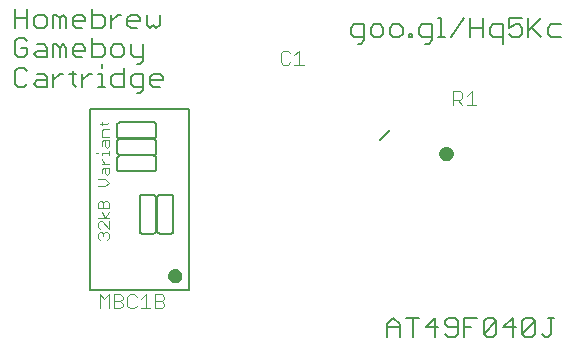
<source format=gbr>
G04 EAGLE Gerber RS-274X export*
G75*
%MOMM*%
%FSLAX34Y34*%
%LPD*%
%INSilkscreen Top*%
%IPPOS*%
%AMOC8*
5,1,8,0,0,1.08239X$1,22.5*%
G01*
%ADD10C,0.152400*%
%ADD11C,0.076200*%
%ADD12C,0.203200*%
%ADD13C,0.609600*%
%ADD14C,0.101600*%


D10*
X15762Y458762D02*
X15762Y475032D01*
X15762Y466897D02*
X26609Y466897D01*
X26609Y475032D02*
X26609Y458762D01*
X34845Y458762D02*
X40269Y458762D01*
X42980Y461474D01*
X42980Y466897D01*
X40269Y469609D01*
X34845Y469609D01*
X32134Y466897D01*
X32134Y461474D01*
X34845Y458762D01*
X48505Y458762D02*
X48505Y469609D01*
X51217Y469609D01*
X53928Y466897D01*
X53928Y458762D01*
X53928Y466897D02*
X56640Y469609D01*
X59352Y466897D01*
X59352Y458762D01*
X67588Y458762D02*
X73012Y458762D01*
X67588Y458762D02*
X64877Y461474D01*
X64877Y466897D01*
X67588Y469609D01*
X73012Y469609D01*
X75723Y466897D01*
X75723Y464185D01*
X64877Y464185D01*
X81248Y458762D02*
X81248Y475032D01*
X81248Y458762D02*
X89383Y458762D01*
X92095Y461474D01*
X92095Y466897D01*
X89383Y469609D01*
X81248Y469609D01*
X97620Y469609D02*
X97620Y458762D01*
X97620Y464185D02*
X103043Y469609D01*
X105755Y469609D01*
X113974Y458762D02*
X119398Y458762D01*
X113974Y458762D02*
X111263Y461474D01*
X111263Y466897D01*
X113974Y469609D01*
X119398Y469609D01*
X122109Y466897D01*
X122109Y464185D01*
X111263Y464185D01*
X127634Y461474D02*
X127634Y469609D01*
X127634Y461474D02*
X130346Y458762D01*
X133058Y461474D01*
X135769Y458762D01*
X138481Y461474D01*
X138481Y469609D01*
X26609Y447320D02*
X23897Y450032D01*
X18474Y450032D01*
X15762Y447320D01*
X15762Y436474D01*
X18474Y433762D01*
X23897Y433762D01*
X26609Y436474D01*
X26609Y441897D01*
X21185Y441897D01*
X34845Y444609D02*
X40269Y444609D01*
X42980Y441897D01*
X42980Y433762D01*
X34845Y433762D01*
X32134Y436474D01*
X34845Y439185D01*
X42980Y439185D01*
X48505Y433762D02*
X48505Y444609D01*
X51217Y444609D01*
X53928Y441897D01*
X53928Y433762D01*
X53928Y441897D02*
X56640Y444609D01*
X59352Y441897D01*
X59352Y433762D01*
X67588Y433762D02*
X73012Y433762D01*
X67588Y433762D02*
X64877Y436474D01*
X64877Y441897D01*
X67588Y444609D01*
X73012Y444609D01*
X75723Y441897D01*
X75723Y439185D01*
X64877Y439185D01*
X81248Y433762D02*
X81248Y450032D01*
X81248Y433762D02*
X89383Y433762D01*
X92095Y436474D01*
X92095Y441897D01*
X89383Y444609D01*
X81248Y444609D01*
X100331Y433762D02*
X105755Y433762D01*
X108466Y436474D01*
X108466Y441897D01*
X105755Y444609D01*
X100331Y444609D01*
X97620Y441897D01*
X97620Y436474D01*
X100331Y433762D01*
X113991Y436474D02*
X113991Y444609D01*
X113991Y436474D02*
X116703Y433762D01*
X124838Y433762D01*
X124838Y431050D02*
X124838Y444609D01*
X124838Y431050D02*
X122126Y428339D01*
X119415Y428339D01*
X26609Y422320D02*
X23897Y425032D01*
X18474Y425032D01*
X15762Y422320D01*
X15762Y411474D01*
X18474Y408762D01*
X23897Y408762D01*
X26609Y411474D01*
X34845Y419609D02*
X40269Y419609D01*
X42980Y416897D01*
X42980Y408762D01*
X34845Y408762D01*
X32134Y411474D01*
X34845Y414185D01*
X42980Y414185D01*
X48505Y408762D02*
X48505Y419609D01*
X53928Y419609D02*
X48505Y414185D01*
X53928Y419609D02*
X56640Y419609D01*
X64860Y422320D02*
X64860Y411474D01*
X67571Y408762D01*
X67571Y419609D02*
X62148Y419609D01*
X73062Y419609D02*
X73062Y408762D01*
X73062Y414185D02*
X78486Y419609D01*
X81197Y419609D01*
X86705Y419609D02*
X89417Y419609D01*
X89417Y408762D01*
X86705Y408762D02*
X92129Y408762D01*
X89417Y425032D02*
X89417Y427744D01*
X108466Y425032D02*
X108466Y408762D01*
X100331Y408762D01*
X97620Y411474D01*
X97620Y416897D01*
X100331Y419609D01*
X108466Y419609D01*
X119415Y403339D02*
X122126Y403339D01*
X124838Y406050D01*
X124838Y419609D01*
X116703Y419609D01*
X113991Y416897D01*
X113991Y411474D01*
X116703Y408762D01*
X124838Y408762D01*
X133075Y408762D02*
X138498Y408762D01*
X133075Y408762D02*
X130363Y411474D01*
X130363Y416897D01*
X133075Y419609D01*
X138498Y419609D01*
X141210Y416897D01*
X141210Y414185D01*
X130363Y414185D01*
X306185Y445339D02*
X308897Y445339D01*
X311609Y448050D01*
X311609Y461609D01*
X303474Y461609D01*
X300762Y458897D01*
X300762Y453474D01*
X303474Y450762D01*
X311609Y450762D01*
X319845Y450762D02*
X325269Y450762D01*
X327980Y453474D01*
X327980Y458897D01*
X325269Y461609D01*
X319845Y461609D01*
X317134Y458897D01*
X317134Y453474D01*
X319845Y450762D01*
X336217Y450762D02*
X341640Y450762D01*
X344352Y453474D01*
X344352Y458897D01*
X341640Y461609D01*
X336217Y461609D01*
X333505Y458897D01*
X333505Y453474D01*
X336217Y450762D01*
X349877Y450762D02*
X349877Y453474D01*
X352588Y453474D01*
X352588Y450762D01*
X349877Y450762D01*
X363486Y445339D02*
X366197Y445339D01*
X368909Y448050D01*
X368909Y461609D01*
X360774Y461609D01*
X358062Y458897D01*
X358062Y453474D01*
X360774Y450762D01*
X368909Y450762D01*
X374434Y467032D02*
X377146Y467032D01*
X377146Y450762D01*
X379857Y450762D02*
X374434Y450762D01*
X385348Y450762D02*
X396195Y467032D01*
X401720Y467032D02*
X401720Y450762D01*
X401720Y458897D02*
X412567Y458897D01*
X412567Y467032D02*
X412567Y450762D01*
X428938Y445339D02*
X428938Y461609D01*
X420803Y461609D01*
X418092Y458897D01*
X418092Y453474D01*
X420803Y450762D01*
X428938Y450762D01*
X434463Y467032D02*
X445310Y467032D01*
X434463Y467032D02*
X434463Y458897D01*
X439886Y461609D01*
X442598Y461609D01*
X445310Y458897D01*
X445310Y453474D01*
X442598Y450762D01*
X437175Y450762D01*
X434463Y453474D01*
X450835Y450762D02*
X450835Y467032D01*
X461681Y467032D02*
X450835Y456185D01*
X453546Y458897D02*
X461681Y450762D01*
X469918Y461609D02*
X478053Y461609D01*
X469918Y461609D02*
X467206Y458897D01*
X467206Y453474D01*
X469918Y450762D01*
X478053Y450762D01*
D11*
X87781Y279381D02*
X86213Y280949D01*
X86213Y284084D01*
X87781Y285652D01*
X89348Y285652D01*
X90916Y284084D01*
X90916Y282516D01*
X90916Y284084D02*
X92484Y285652D01*
X94051Y285652D01*
X95619Y284084D01*
X95619Y280949D01*
X94051Y279381D01*
X95619Y288736D02*
X95619Y295007D01*
X95619Y288736D02*
X89348Y295007D01*
X87781Y295007D01*
X86213Y293439D01*
X86213Y290304D01*
X87781Y288736D01*
X86213Y298091D02*
X95619Y298091D01*
X92484Y298091D02*
X95619Y302794D01*
X92484Y298091D02*
X89348Y302794D01*
X86213Y305887D02*
X95619Y305887D01*
X86213Y305887D02*
X86213Y310590D01*
X87781Y312158D01*
X89348Y312158D01*
X90916Y310590D01*
X92484Y312158D01*
X94051Y312158D01*
X95619Y310590D01*
X95619Y305887D01*
X90916Y305887D02*
X90916Y310590D01*
X92484Y324598D02*
X86213Y324598D01*
X92484Y324598D02*
X95619Y327733D01*
X92484Y330868D01*
X86213Y330868D01*
X89348Y335521D02*
X89348Y338656D01*
X90916Y340224D01*
X95619Y340224D01*
X95619Y335521D01*
X94051Y333953D01*
X92484Y335521D01*
X92484Y340224D01*
X95619Y343308D02*
X89348Y343308D01*
X89348Y346443D02*
X92484Y343308D01*
X89348Y346443D02*
X89348Y348011D01*
X89348Y351104D02*
X89348Y352672D01*
X95619Y352672D01*
X95619Y354239D02*
X95619Y351104D01*
X86213Y352672D02*
X84645Y352672D01*
X89348Y358909D02*
X89348Y362044D01*
X90916Y363612D01*
X95619Y363612D01*
X95619Y358909D01*
X94051Y357341D01*
X92484Y358909D01*
X92484Y363612D01*
X95619Y366696D02*
X89348Y366696D01*
X89348Y371399D01*
X90916Y372967D01*
X95619Y372967D01*
X94051Y377619D02*
X87781Y377619D01*
X94051Y377619D02*
X95619Y379187D01*
X89348Y379187D02*
X89348Y376051D01*
D12*
X79500Y236950D02*
X163500Y236950D01*
X79500Y236950D02*
X79500Y389950D01*
X163500Y389950D01*
X163500Y236950D01*
D13*
X148403Y248740D02*
X148405Y248849D01*
X148411Y248959D01*
X148421Y249068D01*
X148435Y249176D01*
X148453Y249284D01*
X148475Y249392D01*
X148500Y249498D01*
X148530Y249603D01*
X148564Y249708D01*
X148601Y249811D01*
X148642Y249912D01*
X148686Y250012D01*
X148735Y250110D01*
X148786Y250207D01*
X148842Y250301D01*
X148901Y250394D01*
X148963Y250484D01*
X149028Y250572D01*
X149096Y250657D01*
X149168Y250740D01*
X149242Y250820D01*
X149320Y250898D01*
X149400Y250972D01*
X149483Y251044D01*
X149568Y251112D01*
X149656Y251177D01*
X149746Y251239D01*
X149839Y251298D01*
X149933Y251354D01*
X150030Y251405D01*
X150128Y251454D01*
X150228Y251498D01*
X150329Y251539D01*
X150432Y251576D01*
X150537Y251610D01*
X150642Y251640D01*
X150748Y251665D01*
X150856Y251687D01*
X150964Y251705D01*
X151072Y251719D01*
X151181Y251729D01*
X151291Y251735D01*
X151400Y251737D01*
X151509Y251735D01*
X151619Y251729D01*
X151728Y251719D01*
X151836Y251705D01*
X151944Y251687D01*
X152052Y251665D01*
X152158Y251640D01*
X152263Y251610D01*
X152368Y251576D01*
X152471Y251539D01*
X152572Y251498D01*
X152672Y251454D01*
X152770Y251405D01*
X152867Y251354D01*
X152961Y251298D01*
X153054Y251239D01*
X153144Y251177D01*
X153232Y251112D01*
X153317Y251044D01*
X153400Y250972D01*
X153480Y250898D01*
X153558Y250820D01*
X153632Y250740D01*
X153704Y250657D01*
X153772Y250572D01*
X153837Y250484D01*
X153899Y250394D01*
X153958Y250301D01*
X154014Y250207D01*
X154065Y250110D01*
X154114Y250012D01*
X154158Y249912D01*
X154199Y249811D01*
X154236Y249708D01*
X154270Y249603D01*
X154300Y249498D01*
X154325Y249392D01*
X154347Y249284D01*
X154365Y249176D01*
X154379Y249068D01*
X154389Y248959D01*
X154395Y248849D01*
X154397Y248740D01*
X154395Y248631D01*
X154389Y248521D01*
X154379Y248412D01*
X154365Y248304D01*
X154347Y248196D01*
X154325Y248088D01*
X154300Y247982D01*
X154270Y247877D01*
X154236Y247772D01*
X154199Y247669D01*
X154158Y247568D01*
X154114Y247468D01*
X154065Y247370D01*
X154014Y247273D01*
X153958Y247179D01*
X153899Y247086D01*
X153837Y246996D01*
X153772Y246908D01*
X153704Y246823D01*
X153632Y246740D01*
X153558Y246660D01*
X153480Y246582D01*
X153400Y246508D01*
X153317Y246436D01*
X153232Y246368D01*
X153144Y246303D01*
X153054Y246241D01*
X152961Y246182D01*
X152867Y246126D01*
X152770Y246075D01*
X152672Y246026D01*
X152572Y245982D01*
X152471Y245941D01*
X152368Y245904D01*
X152263Y245870D01*
X152158Y245840D01*
X152052Y245815D01*
X151944Y245793D01*
X151836Y245775D01*
X151728Y245761D01*
X151619Y245751D01*
X151509Y245745D01*
X151400Y245743D01*
X151291Y245745D01*
X151181Y245751D01*
X151072Y245761D01*
X150964Y245775D01*
X150856Y245793D01*
X150748Y245815D01*
X150642Y245840D01*
X150537Y245870D01*
X150432Y245904D01*
X150329Y245941D01*
X150228Y245982D01*
X150128Y246026D01*
X150030Y246075D01*
X149933Y246126D01*
X149839Y246182D01*
X149746Y246241D01*
X149656Y246303D01*
X149568Y246368D01*
X149483Y246436D01*
X149400Y246508D01*
X149320Y246582D01*
X149242Y246660D01*
X149168Y246740D01*
X149096Y246823D01*
X149028Y246908D01*
X148963Y246996D01*
X148901Y247086D01*
X148842Y247179D01*
X148786Y247273D01*
X148735Y247370D01*
X148686Y247468D01*
X148642Y247568D01*
X148601Y247669D01*
X148564Y247772D01*
X148530Y247877D01*
X148500Y247982D01*
X148475Y248088D01*
X148453Y248196D01*
X148435Y248304D01*
X148421Y248412D01*
X148411Y248521D01*
X148405Y248631D01*
X148403Y248740D01*
D14*
X87838Y233002D02*
X87838Y221308D01*
X91736Y229104D02*
X87838Y233002D01*
X91736Y229104D02*
X95634Y233002D01*
X95634Y221308D01*
X99532Y221308D02*
X99532Y233002D01*
X105379Y233002D01*
X107328Y231053D01*
X107328Y229104D01*
X105379Y227155D01*
X107328Y225206D01*
X107328Y223257D01*
X105379Y221308D01*
X99532Y221308D01*
X99532Y227155D02*
X105379Y227155D01*
X117073Y233002D02*
X119022Y231053D01*
X117073Y233002D02*
X113175Y233002D01*
X111226Y231053D01*
X111226Y223257D01*
X113175Y221308D01*
X117073Y221308D01*
X119022Y223257D01*
X122920Y229104D02*
X126818Y233002D01*
X126818Y221308D01*
X122920Y221308D02*
X130716Y221308D01*
X134614Y221308D02*
X134614Y233002D01*
X140461Y233002D01*
X142410Y231053D01*
X142410Y229104D01*
X140461Y227155D01*
X142410Y225206D01*
X142410Y223257D01*
X140461Y221308D01*
X134614Y221308D01*
X134614Y227155D02*
X140461Y227155D01*
X387080Y393448D02*
X387080Y405142D01*
X392927Y405142D01*
X394876Y403193D01*
X394876Y399295D01*
X392927Y397346D01*
X387080Y397346D01*
X390978Y397346D02*
X394876Y393448D01*
X398774Y401244D02*
X402672Y405142D01*
X402672Y393448D01*
X398774Y393448D02*
X406570Y393448D01*
D12*
X333300Y372300D02*
X324900Y363900D01*
D13*
X378000Y352000D02*
X378002Y352109D01*
X378008Y352218D01*
X378018Y352326D01*
X378032Y352434D01*
X378049Y352542D01*
X378071Y352649D01*
X378096Y352755D01*
X378126Y352859D01*
X378159Y352963D01*
X378196Y353066D01*
X378236Y353167D01*
X378280Y353266D01*
X378328Y353364D01*
X378380Y353461D01*
X378434Y353555D01*
X378492Y353647D01*
X378554Y353737D01*
X378619Y353824D01*
X378686Y353910D01*
X378757Y353993D01*
X378831Y354073D01*
X378908Y354150D01*
X378987Y354225D01*
X379069Y354296D01*
X379154Y354365D01*
X379241Y354430D01*
X379330Y354493D01*
X379422Y354551D01*
X379516Y354607D01*
X379611Y354659D01*
X379709Y354708D01*
X379808Y354753D01*
X379909Y354795D01*
X380011Y354832D01*
X380114Y354866D01*
X380219Y354897D01*
X380325Y354923D01*
X380431Y354946D01*
X380539Y354964D01*
X380647Y354979D01*
X380755Y354990D01*
X380864Y354997D01*
X380973Y355000D01*
X381082Y354999D01*
X381191Y354994D01*
X381299Y354985D01*
X381407Y354972D01*
X381515Y354955D01*
X381622Y354935D01*
X381728Y354910D01*
X381833Y354882D01*
X381937Y354850D01*
X382040Y354814D01*
X382142Y354774D01*
X382242Y354731D01*
X382340Y354684D01*
X382437Y354634D01*
X382531Y354580D01*
X382624Y354522D01*
X382715Y354462D01*
X382803Y354398D01*
X382889Y354331D01*
X382972Y354261D01*
X383053Y354188D01*
X383131Y354112D01*
X383206Y354033D01*
X383279Y353951D01*
X383348Y353867D01*
X383414Y353781D01*
X383477Y353692D01*
X383537Y353601D01*
X383594Y353508D01*
X383647Y353413D01*
X383696Y353316D01*
X383742Y353217D01*
X383784Y353117D01*
X383823Y353015D01*
X383858Y352911D01*
X383889Y352807D01*
X383917Y352702D01*
X383940Y352595D01*
X383960Y352488D01*
X383976Y352380D01*
X383988Y352272D01*
X383996Y352163D01*
X384000Y352054D01*
X384000Y351946D01*
X383996Y351837D01*
X383988Y351728D01*
X383976Y351620D01*
X383960Y351512D01*
X383940Y351405D01*
X383917Y351298D01*
X383889Y351193D01*
X383858Y351089D01*
X383823Y350985D01*
X383784Y350883D01*
X383742Y350783D01*
X383696Y350684D01*
X383647Y350587D01*
X383594Y350492D01*
X383537Y350399D01*
X383477Y350308D01*
X383414Y350219D01*
X383348Y350133D01*
X383279Y350049D01*
X383206Y349967D01*
X383131Y349888D01*
X383053Y349812D01*
X382972Y349739D01*
X382889Y349669D01*
X382803Y349602D01*
X382715Y349538D01*
X382624Y349478D01*
X382531Y349420D01*
X382437Y349366D01*
X382340Y349316D01*
X382242Y349269D01*
X382142Y349226D01*
X382040Y349186D01*
X381937Y349150D01*
X381833Y349118D01*
X381728Y349090D01*
X381622Y349065D01*
X381515Y349045D01*
X381407Y349028D01*
X381299Y349015D01*
X381191Y349006D01*
X381082Y349001D01*
X380973Y349000D01*
X380864Y349003D01*
X380755Y349010D01*
X380647Y349021D01*
X380539Y349036D01*
X380431Y349054D01*
X380325Y349077D01*
X380219Y349103D01*
X380114Y349134D01*
X380011Y349168D01*
X379909Y349205D01*
X379808Y349247D01*
X379709Y349292D01*
X379611Y349341D01*
X379516Y349393D01*
X379422Y349449D01*
X379330Y349507D01*
X379241Y349570D01*
X379154Y349635D01*
X379069Y349704D01*
X378987Y349775D01*
X378908Y349850D01*
X378831Y349927D01*
X378757Y350007D01*
X378686Y350090D01*
X378619Y350176D01*
X378554Y350263D01*
X378492Y350353D01*
X378434Y350445D01*
X378380Y350539D01*
X378328Y350636D01*
X378280Y350734D01*
X378236Y350833D01*
X378196Y350934D01*
X378159Y351037D01*
X378126Y351141D01*
X378096Y351245D01*
X378071Y351351D01*
X378049Y351458D01*
X378032Y351566D01*
X378018Y351674D01*
X378008Y351782D01*
X378002Y351891D01*
X378000Y352000D01*
D10*
X330962Y207929D02*
X330962Y197082D01*
X330962Y207929D02*
X336385Y213352D01*
X341809Y207929D01*
X341809Y197082D01*
X341809Y205217D02*
X330962Y205217D01*
X352757Y197082D02*
X352757Y213352D01*
X347334Y213352D02*
X358180Y213352D01*
X371840Y213352D02*
X371840Y197082D01*
X363705Y205217D02*
X371840Y213352D01*
X374552Y205217D02*
X363705Y205217D01*
X380077Y199794D02*
X382788Y197082D01*
X388212Y197082D01*
X390923Y199794D01*
X390923Y210640D01*
X388212Y213352D01*
X382788Y213352D01*
X380077Y210640D01*
X380077Y207929D01*
X382788Y205217D01*
X390923Y205217D01*
X396448Y197082D02*
X396448Y213352D01*
X407295Y213352D01*
X401872Y205217D02*
X396448Y205217D01*
X412820Y199794D02*
X412820Y210640D01*
X415531Y213352D01*
X420955Y213352D01*
X423666Y210640D01*
X423666Y199794D01*
X420955Y197082D01*
X415531Y197082D01*
X412820Y199794D01*
X423666Y210640D01*
X437326Y213352D02*
X437326Y197082D01*
X429191Y205217D02*
X437326Y213352D01*
X440038Y205217D02*
X429191Y205217D01*
X445563Y199794D02*
X445563Y210640D01*
X448275Y213352D01*
X453698Y213352D01*
X456410Y210640D01*
X456410Y199794D01*
X453698Y197082D01*
X448275Y197082D01*
X445563Y199794D01*
X456410Y210640D01*
X461935Y199794D02*
X464646Y197082D01*
X467358Y197082D01*
X470069Y199794D01*
X470069Y213352D01*
X467358Y213352D02*
X472781Y213352D01*
D14*
X248806Y437393D02*
X246857Y439342D01*
X242959Y439342D01*
X241010Y437393D01*
X241010Y429597D01*
X242959Y427648D01*
X246857Y427648D01*
X248806Y429597D01*
X252704Y435444D02*
X256602Y439342D01*
X256602Y427648D01*
X252704Y427648D02*
X260500Y427648D01*
D10*
X132970Y365142D02*
X105030Y365142D01*
X132970Y378858D02*
X133070Y378856D01*
X133169Y378850D01*
X133269Y378840D01*
X133367Y378827D01*
X133466Y378809D01*
X133563Y378788D01*
X133659Y378763D01*
X133755Y378734D01*
X133849Y378701D01*
X133942Y378665D01*
X134033Y378625D01*
X134123Y378581D01*
X134211Y378534D01*
X134297Y378484D01*
X134381Y378430D01*
X134463Y378373D01*
X134542Y378313D01*
X134620Y378249D01*
X134694Y378183D01*
X134766Y378114D01*
X134835Y378042D01*
X134901Y377968D01*
X134965Y377890D01*
X135025Y377811D01*
X135082Y377729D01*
X135136Y377645D01*
X135186Y377559D01*
X135233Y377471D01*
X135277Y377381D01*
X135317Y377290D01*
X135353Y377197D01*
X135386Y377103D01*
X135415Y377007D01*
X135440Y376911D01*
X135461Y376814D01*
X135479Y376715D01*
X135492Y376617D01*
X135502Y376517D01*
X135508Y376418D01*
X135510Y376318D01*
X105030Y378858D02*
X104930Y378856D01*
X104831Y378850D01*
X104731Y378840D01*
X104633Y378827D01*
X104534Y378809D01*
X104437Y378788D01*
X104341Y378763D01*
X104245Y378734D01*
X104151Y378701D01*
X104058Y378665D01*
X103967Y378625D01*
X103877Y378581D01*
X103789Y378534D01*
X103703Y378484D01*
X103619Y378430D01*
X103537Y378373D01*
X103458Y378313D01*
X103380Y378249D01*
X103306Y378183D01*
X103234Y378114D01*
X103165Y378042D01*
X103099Y377968D01*
X103035Y377890D01*
X102975Y377811D01*
X102918Y377729D01*
X102864Y377645D01*
X102814Y377559D01*
X102767Y377471D01*
X102723Y377381D01*
X102683Y377290D01*
X102647Y377197D01*
X102614Y377103D01*
X102585Y377007D01*
X102560Y376911D01*
X102539Y376814D01*
X102521Y376715D01*
X102508Y376617D01*
X102498Y376517D01*
X102492Y376418D01*
X102490Y376318D01*
X102490Y367682D02*
X102492Y367582D01*
X102498Y367483D01*
X102508Y367383D01*
X102521Y367285D01*
X102539Y367186D01*
X102560Y367089D01*
X102585Y366993D01*
X102614Y366897D01*
X102647Y366803D01*
X102683Y366710D01*
X102723Y366619D01*
X102767Y366529D01*
X102814Y366441D01*
X102864Y366355D01*
X102918Y366271D01*
X102975Y366189D01*
X103035Y366110D01*
X103099Y366032D01*
X103165Y365958D01*
X103234Y365886D01*
X103306Y365817D01*
X103380Y365751D01*
X103458Y365687D01*
X103537Y365627D01*
X103619Y365570D01*
X103703Y365516D01*
X103789Y365466D01*
X103877Y365419D01*
X103967Y365375D01*
X104058Y365335D01*
X104151Y365299D01*
X104245Y365266D01*
X104341Y365237D01*
X104437Y365212D01*
X104534Y365191D01*
X104633Y365173D01*
X104731Y365160D01*
X104831Y365150D01*
X104930Y365144D01*
X105030Y365142D01*
X132970Y365142D02*
X133070Y365144D01*
X133169Y365150D01*
X133269Y365160D01*
X133367Y365173D01*
X133466Y365191D01*
X133563Y365212D01*
X133659Y365237D01*
X133755Y365266D01*
X133849Y365299D01*
X133942Y365335D01*
X134033Y365375D01*
X134123Y365419D01*
X134211Y365466D01*
X134297Y365516D01*
X134381Y365570D01*
X134463Y365627D01*
X134542Y365687D01*
X134620Y365751D01*
X134694Y365817D01*
X134766Y365886D01*
X134835Y365958D01*
X134901Y366032D01*
X134965Y366110D01*
X135025Y366189D01*
X135082Y366271D01*
X135136Y366355D01*
X135186Y366441D01*
X135233Y366529D01*
X135277Y366619D01*
X135317Y366710D01*
X135353Y366803D01*
X135386Y366897D01*
X135415Y366993D01*
X135440Y367089D01*
X135461Y367186D01*
X135479Y367285D01*
X135492Y367383D01*
X135502Y367483D01*
X135508Y367582D01*
X135510Y367682D01*
X135510Y376318D01*
X102490Y376318D02*
X102490Y367682D01*
X105030Y378858D02*
X132970Y378858D01*
X132970Y351142D02*
X105030Y351142D01*
X132970Y364858D02*
X133070Y364856D01*
X133169Y364850D01*
X133269Y364840D01*
X133367Y364827D01*
X133466Y364809D01*
X133563Y364788D01*
X133659Y364763D01*
X133755Y364734D01*
X133849Y364701D01*
X133942Y364665D01*
X134033Y364625D01*
X134123Y364581D01*
X134211Y364534D01*
X134297Y364484D01*
X134381Y364430D01*
X134463Y364373D01*
X134542Y364313D01*
X134620Y364249D01*
X134694Y364183D01*
X134766Y364114D01*
X134835Y364042D01*
X134901Y363968D01*
X134965Y363890D01*
X135025Y363811D01*
X135082Y363729D01*
X135136Y363645D01*
X135186Y363559D01*
X135233Y363471D01*
X135277Y363381D01*
X135317Y363290D01*
X135353Y363197D01*
X135386Y363103D01*
X135415Y363007D01*
X135440Y362911D01*
X135461Y362814D01*
X135479Y362715D01*
X135492Y362617D01*
X135502Y362517D01*
X135508Y362418D01*
X135510Y362318D01*
X105030Y364858D02*
X104930Y364856D01*
X104831Y364850D01*
X104731Y364840D01*
X104633Y364827D01*
X104534Y364809D01*
X104437Y364788D01*
X104341Y364763D01*
X104245Y364734D01*
X104151Y364701D01*
X104058Y364665D01*
X103967Y364625D01*
X103877Y364581D01*
X103789Y364534D01*
X103703Y364484D01*
X103619Y364430D01*
X103537Y364373D01*
X103458Y364313D01*
X103380Y364249D01*
X103306Y364183D01*
X103234Y364114D01*
X103165Y364042D01*
X103099Y363968D01*
X103035Y363890D01*
X102975Y363811D01*
X102918Y363729D01*
X102864Y363645D01*
X102814Y363559D01*
X102767Y363471D01*
X102723Y363381D01*
X102683Y363290D01*
X102647Y363197D01*
X102614Y363103D01*
X102585Y363007D01*
X102560Y362911D01*
X102539Y362814D01*
X102521Y362715D01*
X102508Y362617D01*
X102498Y362517D01*
X102492Y362418D01*
X102490Y362318D01*
X102490Y353682D02*
X102492Y353582D01*
X102498Y353483D01*
X102508Y353383D01*
X102521Y353285D01*
X102539Y353186D01*
X102560Y353089D01*
X102585Y352993D01*
X102614Y352897D01*
X102647Y352803D01*
X102683Y352710D01*
X102723Y352619D01*
X102767Y352529D01*
X102814Y352441D01*
X102864Y352355D01*
X102918Y352271D01*
X102975Y352189D01*
X103035Y352110D01*
X103099Y352032D01*
X103165Y351958D01*
X103234Y351886D01*
X103306Y351817D01*
X103380Y351751D01*
X103458Y351687D01*
X103537Y351627D01*
X103619Y351570D01*
X103703Y351516D01*
X103789Y351466D01*
X103877Y351419D01*
X103967Y351375D01*
X104058Y351335D01*
X104151Y351299D01*
X104245Y351266D01*
X104341Y351237D01*
X104437Y351212D01*
X104534Y351191D01*
X104633Y351173D01*
X104731Y351160D01*
X104831Y351150D01*
X104930Y351144D01*
X105030Y351142D01*
X132970Y351142D02*
X133070Y351144D01*
X133169Y351150D01*
X133269Y351160D01*
X133367Y351173D01*
X133466Y351191D01*
X133563Y351212D01*
X133659Y351237D01*
X133755Y351266D01*
X133849Y351299D01*
X133942Y351335D01*
X134033Y351375D01*
X134123Y351419D01*
X134211Y351466D01*
X134297Y351516D01*
X134381Y351570D01*
X134463Y351627D01*
X134542Y351687D01*
X134620Y351751D01*
X134694Y351817D01*
X134766Y351886D01*
X134835Y351958D01*
X134901Y352032D01*
X134965Y352110D01*
X135025Y352189D01*
X135082Y352271D01*
X135136Y352355D01*
X135186Y352441D01*
X135233Y352529D01*
X135277Y352619D01*
X135317Y352710D01*
X135353Y352803D01*
X135386Y352897D01*
X135415Y352993D01*
X135440Y353089D01*
X135461Y353186D01*
X135479Y353285D01*
X135492Y353383D01*
X135502Y353483D01*
X135508Y353582D01*
X135510Y353682D01*
X135510Y362318D01*
X102490Y362318D02*
X102490Y353682D01*
X105030Y364858D02*
X132970Y364858D01*
X132970Y337142D02*
X105030Y337142D01*
X132970Y350858D02*
X133070Y350856D01*
X133169Y350850D01*
X133269Y350840D01*
X133367Y350827D01*
X133466Y350809D01*
X133563Y350788D01*
X133659Y350763D01*
X133755Y350734D01*
X133849Y350701D01*
X133942Y350665D01*
X134033Y350625D01*
X134123Y350581D01*
X134211Y350534D01*
X134297Y350484D01*
X134381Y350430D01*
X134463Y350373D01*
X134542Y350313D01*
X134620Y350249D01*
X134694Y350183D01*
X134766Y350114D01*
X134835Y350042D01*
X134901Y349968D01*
X134965Y349890D01*
X135025Y349811D01*
X135082Y349729D01*
X135136Y349645D01*
X135186Y349559D01*
X135233Y349471D01*
X135277Y349381D01*
X135317Y349290D01*
X135353Y349197D01*
X135386Y349103D01*
X135415Y349007D01*
X135440Y348911D01*
X135461Y348814D01*
X135479Y348715D01*
X135492Y348617D01*
X135502Y348517D01*
X135508Y348418D01*
X135510Y348318D01*
X105030Y350858D02*
X104930Y350856D01*
X104831Y350850D01*
X104731Y350840D01*
X104633Y350827D01*
X104534Y350809D01*
X104437Y350788D01*
X104341Y350763D01*
X104245Y350734D01*
X104151Y350701D01*
X104058Y350665D01*
X103967Y350625D01*
X103877Y350581D01*
X103789Y350534D01*
X103703Y350484D01*
X103619Y350430D01*
X103537Y350373D01*
X103458Y350313D01*
X103380Y350249D01*
X103306Y350183D01*
X103234Y350114D01*
X103165Y350042D01*
X103099Y349968D01*
X103035Y349890D01*
X102975Y349811D01*
X102918Y349729D01*
X102864Y349645D01*
X102814Y349559D01*
X102767Y349471D01*
X102723Y349381D01*
X102683Y349290D01*
X102647Y349197D01*
X102614Y349103D01*
X102585Y349007D01*
X102560Y348911D01*
X102539Y348814D01*
X102521Y348715D01*
X102508Y348617D01*
X102498Y348517D01*
X102492Y348418D01*
X102490Y348318D01*
X102490Y339682D02*
X102492Y339582D01*
X102498Y339483D01*
X102508Y339383D01*
X102521Y339285D01*
X102539Y339186D01*
X102560Y339089D01*
X102585Y338993D01*
X102614Y338897D01*
X102647Y338803D01*
X102683Y338710D01*
X102723Y338619D01*
X102767Y338529D01*
X102814Y338441D01*
X102864Y338355D01*
X102918Y338271D01*
X102975Y338189D01*
X103035Y338110D01*
X103099Y338032D01*
X103165Y337958D01*
X103234Y337886D01*
X103306Y337817D01*
X103380Y337751D01*
X103458Y337687D01*
X103537Y337627D01*
X103619Y337570D01*
X103703Y337516D01*
X103789Y337466D01*
X103877Y337419D01*
X103967Y337375D01*
X104058Y337335D01*
X104151Y337299D01*
X104245Y337266D01*
X104341Y337237D01*
X104437Y337212D01*
X104534Y337191D01*
X104633Y337173D01*
X104731Y337160D01*
X104831Y337150D01*
X104930Y337144D01*
X105030Y337142D01*
X132970Y337142D02*
X133070Y337144D01*
X133169Y337150D01*
X133269Y337160D01*
X133367Y337173D01*
X133466Y337191D01*
X133563Y337212D01*
X133659Y337237D01*
X133755Y337266D01*
X133849Y337299D01*
X133942Y337335D01*
X134033Y337375D01*
X134123Y337419D01*
X134211Y337466D01*
X134297Y337516D01*
X134381Y337570D01*
X134463Y337627D01*
X134542Y337687D01*
X134620Y337751D01*
X134694Y337817D01*
X134766Y337886D01*
X134835Y337958D01*
X134901Y338032D01*
X134965Y338110D01*
X135025Y338189D01*
X135082Y338271D01*
X135136Y338355D01*
X135186Y338441D01*
X135233Y338529D01*
X135277Y338619D01*
X135317Y338710D01*
X135353Y338803D01*
X135386Y338897D01*
X135415Y338993D01*
X135440Y339089D01*
X135461Y339186D01*
X135479Y339285D01*
X135492Y339383D01*
X135502Y339483D01*
X135508Y339582D01*
X135510Y339682D01*
X135510Y348318D01*
X102490Y348318D02*
X102490Y339682D01*
X105030Y350858D02*
X132970Y350858D01*
X136522Y314970D02*
X136522Y287030D01*
X147698Y284490D02*
X147798Y284492D01*
X147897Y284498D01*
X147997Y284508D01*
X148095Y284521D01*
X148194Y284539D01*
X148291Y284560D01*
X148387Y284585D01*
X148483Y284614D01*
X148577Y284647D01*
X148670Y284683D01*
X148761Y284723D01*
X148851Y284767D01*
X148939Y284814D01*
X149025Y284864D01*
X149109Y284918D01*
X149191Y284975D01*
X149270Y285035D01*
X149348Y285099D01*
X149422Y285165D01*
X149494Y285234D01*
X149563Y285306D01*
X149629Y285380D01*
X149693Y285458D01*
X149753Y285537D01*
X149810Y285619D01*
X149864Y285703D01*
X149914Y285789D01*
X149961Y285877D01*
X150005Y285967D01*
X150045Y286058D01*
X150081Y286151D01*
X150114Y286245D01*
X150143Y286341D01*
X150168Y286437D01*
X150189Y286534D01*
X150207Y286633D01*
X150220Y286731D01*
X150230Y286831D01*
X150236Y286930D01*
X150238Y287030D01*
X150238Y314970D02*
X150236Y315070D01*
X150230Y315169D01*
X150220Y315269D01*
X150207Y315367D01*
X150189Y315466D01*
X150168Y315563D01*
X150143Y315659D01*
X150114Y315755D01*
X150081Y315849D01*
X150045Y315942D01*
X150005Y316033D01*
X149961Y316123D01*
X149914Y316211D01*
X149864Y316297D01*
X149810Y316381D01*
X149753Y316463D01*
X149693Y316542D01*
X149629Y316620D01*
X149563Y316694D01*
X149494Y316766D01*
X149422Y316835D01*
X149348Y316901D01*
X149270Y316965D01*
X149191Y317025D01*
X149109Y317082D01*
X149025Y317136D01*
X148939Y317186D01*
X148851Y317233D01*
X148761Y317277D01*
X148670Y317317D01*
X148577Y317353D01*
X148483Y317386D01*
X148387Y317415D01*
X148291Y317440D01*
X148194Y317461D01*
X148095Y317479D01*
X147997Y317492D01*
X147897Y317502D01*
X147798Y317508D01*
X147698Y317510D01*
X139062Y317510D02*
X138962Y317508D01*
X138863Y317502D01*
X138763Y317492D01*
X138665Y317479D01*
X138566Y317461D01*
X138469Y317440D01*
X138373Y317415D01*
X138277Y317386D01*
X138183Y317353D01*
X138090Y317317D01*
X137999Y317277D01*
X137909Y317233D01*
X137821Y317186D01*
X137735Y317136D01*
X137651Y317082D01*
X137569Y317025D01*
X137490Y316965D01*
X137412Y316901D01*
X137338Y316835D01*
X137266Y316766D01*
X137197Y316694D01*
X137131Y316620D01*
X137067Y316542D01*
X137007Y316463D01*
X136950Y316381D01*
X136896Y316297D01*
X136846Y316211D01*
X136799Y316123D01*
X136755Y316033D01*
X136715Y315942D01*
X136679Y315849D01*
X136646Y315755D01*
X136617Y315659D01*
X136592Y315563D01*
X136571Y315466D01*
X136553Y315367D01*
X136540Y315269D01*
X136530Y315169D01*
X136524Y315070D01*
X136522Y314970D01*
X136522Y287030D02*
X136524Y286930D01*
X136530Y286831D01*
X136540Y286731D01*
X136553Y286633D01*
X136571Y286534D01*
X136592Y286437D01*
X136617Y286341D01*
X136646Y286245D01*
X136679Y286151D01*
X136715Y286058D01*
X136755Y285967D01*
X136799Y285877D01*
X136846Y285789D01*
X136896Y285703D01*
X136950Y285619D01*
X137007Y285537D01*
X137067Y285458D01*
X137131Y285380D01*
X137197Y285306D01*
X137266Y285234D01*
X137338Y285165D01*
X137412Y285099D01*
X137490Y285035D01*
X137569Y284975D01*
X137651Y284918D01*
X137735Y284864D01*
X137821Y284814D01*
X137909Y284767D01*
X137999Y284723D01*
X138090Y284683D01*
X138183Y284647D01*
X138277Y284614D01*
X138373Y284585D01*
X138469Y284560D01*
X138566Y284539D01*
X138665Y284521D01*
X138763Y284508D01*
X138863Y284498D01*
X138962Y284492D01*
X139062Y284490D01*
X147698Y284490D01*
X147698Y317510D02*
X139062Y317510D01*
X150238Y314970D02*
X150238Y287030D01*
X121522Y287030D02*
X121522Y314970D01*
X135238Y287030D02*
X135236Y286930D01*
X135230Y286831D01*
X135220Y286731D01*
X135207Y286633D01*
X135189Y286534D01*
X135168Y286437D01*
X135143Y286341D01*
X135114Y286245D01*
X135081Y286151D01*
X135045Y286058D01*
X135005Y285967D01*
X134961Y285877D01*
X134914Y285789D01*
X134864Y285703D01*
X134810Y285619D01*
X134753Y285537D01*
X134693Y285458D01*
X134629Y285380D01*
X134563Y285306D01*
X134494Y285234D01*
X134422Y285165D01*
X134348Y285099D01*
X134270Y285035D01*
X134191Y284975D01*
X134109Y284918D01*
X134025Y284864D01*
X133939Y284814D01*
X133851Y284767D01*
X133761Y284723D01*
X133670Y284683D01*
X133577Y284647D01*
X133483Y284614D01*
X133387Y284585D01*
X133291Y284560D01*
X133194Y284539D01*
X133095Y284521D01*
X132997Y284508D01*
X132897Y284498D01*
X132798Y284492D01*
X132698Y284490D01*
X135238Y314970D02*
X135236Y315070D01*
X135230Y315169D01*
X135220Y315269D01*
X135207Y315367D01*
X135189Y315466D01*
X135168Y315563D01*
X135143Y315659D01*
X135114Y315755D01*
X135081Y315849D01*
X135045Y315942D01*
X135005Y316033D01*
X134961Y316123D01*
X134914Y316211D01*
X134864Y316297D01*
X134810Y316381D01*
X134753Y316463D01*
X134693Y316542D01*
X134629Y316620D01*
X134563Y316694D01*
X134494Y316766D01*
X134422Y316835D01*
X134348Y316901D01*
X134270Y316965D01*
X134191Y317025D01*
X134109Y317082D01*
X134025Y317136D01*
X133939Y317186D01*
X133851Y317233D01*
X133761Y317277D01*
X133670Y317317D01*
X133577Y317353D01*
X133483Y317386D01*
X133387Y317415D01*
X133291Y317440D01*
X133194Y317461D01*
X133095Y317479D01*
X132997Y317492D01*
X132897Y317502D01*
X132798Y317508D01*
X132698Y317510D01*
X124062Y317510D02*
X123962Y317508D01*
X123863Y317502D01*
X123763Y317492D01*
X123665Y317479D01*
X123566Y317461D01*
X123469Y317440D01*
X123373Y317415D01*
X123277Y317386D01*
X123183Y317353D01*
X123090Y317317D01*
X122999Y317277D01*
X122909Y317233D01*
X122821Y317186D01*
X122735Y317136D01*
X122651Y317082D01*
X122569Y317025D01*
X122490Y316965D01*
X122412Y316901D01*
X122338Y316835D01*
X122266Y316766D01*
X122197Y316694D01*
X122131Y316620D01*
X122067Y316542D01*
X122007Y316463D01*
X121950Y316381D01*
X121896Y316297D01*
X121846Y316211D01*
X121799Y316123D01*
X121755Y316033D01*
X121715Y315942D01*
X121679Y315849D01*
X121646Y315755D01*
X121617Y315659D01*
X121592Y315563D01*
X121571Y315466D01*
X121553Y315367D01*
X121540Y315269D01*
X121530Y315169D01*
X121524Y315070D01*
X121522Y314970D01*
X121522Y287030D02*
X121524Y286930D01*
X121530Y286831D01*
X121540Y286731D01*
X121553Y286633D01*
X121571Y286534D01*
X121592Y286437D01*
X121617Y286341D01*
X121646Y286245D01*
X121679Y286151D01*
X121715Y286058D01*
X121755Y285967D01*
X121799Y285877D01*
X121846Y285789D01*
X121896Y285703D01*
X121950Y285619D01*
X122007Y285537D01*
X122067Y285458D01*
X122131Y285380D01*
X122197Y285306D01*
X122266Y285234D01*
X122338Y285165D01*
X122412Y285099D01*
X122490Y285035D01*
X122569Y284975D01*
X122651Y284918D01*
X122735Y284864D01*
X122821Y284814D01*
X122909Y284767D01*
X122999Y284723D01*
X123090Y284683D01*
X123183Y284647D01*
X123277Y284614D01*
X123373Y284585D01*
X123469Y284560D01*
X123566Y284539D01*
X123665Y284521D01*
X123763Y284508D01*
X123863Y284498D01*
X123962Y284492D01*
X124062Y284490D01*
X132698Y284490D01*
X132698Y317510D02*
X124062Y317510D01*
X135238Y314970D02*
X135238Y287030D01*
M02*

</source>
